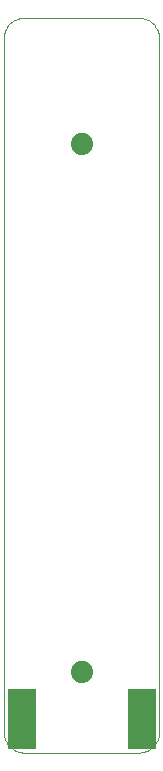
<source format=gbs>
G75*
G70*
%OFA0B0*%
%FSLAX24Y24*%
%IPPOS*%
%LPD*%
%AMOC8*
5,1,8,0,0,1.08239X$1,22.5*
%
%ADD10C,0.0000*%
%ADD11C,0.0740*%
%ADD12R,0.0940X0.2040*%
D10*
X000933Y004437D02*
X000933Y027560D01*
X000935Y027611D01*
X000941Y027662D01*
X000950Y027713D01*
X000964Y027762D01*
X000980Y027811D01*
X001001Y027858D01*
X001025Y027904D01*
X001052Y027947D01*
X001083Y027988D01*
X001116Y028027D01*
X001153Y028064D01*
X001192Y028097D01*
X001233Y028128D01*
X001276Y028155D01*
X001322Y028179D01*
X001369Y028200D01*
X001418Y028216D01*
X001467Y028230D01*
X001518Y028239D01*
X001569Y028245D01*
X001620Y028247D01*
X005417Y028247D01*
X005468Y028245D01*
X005519Y028239D01*
X005570Y028230D01*
X005619Y028216D01*
X005668Y028200D01*
X005715Y028179D01*
X005761Y028155D01*
X005804Y028128D01*
X005845Y028097D01*
X005884Y028064D01*
X005921Y028027D01*
X005954Y027988D01*
X005985Y027947D01*
X006012Y027904D01*
X006036Y027858D01*
X006057Y027811D01*
X006073Y027762D01*
X006087Y027713D01*
X006096Y027662D01*
X006102Y027611D01*
X006104Y027560D01*
X006103Y027560D02*
X006103Y004437D01*
X006104Y004437D02*
X006102Y004386D01*
X006096Y004335D01*
X006087Y004284D01*
X006073Y004235D01*
X006057Y004186D01*
X006036Y004139D01*
X006012Y004094D01*
X005985Y004050D01*
X005954Y004009D01*
X005921Y003970D01*
X005884Y003933D01*
X005845Y003900D01*
X005804Y003869D01*
X005761Y003842D01*
X005715Y003818D01*
X005668Y003797D01*
X005619Y003781D01*
X005570Y003767D01*
X005519Y003758D01*
X005468Y003752D01*
X005417Y003750D01*
X005417Y003751D02*
X001620Y003751D01*
X001620Y003750D02*
X001569Y003752D01*
X001518Y003758D01*
X001467Y003767D01*
X001418Y003781D01*
X001369Y003797D01*
X001322Y003818D01*
X001276Y003842D01*
X001233Y003869D01*
X001192Y003900D01*
X001153Y003933D01*
X001116Y003970D01*
X001083Y004009D01*
X001052Y004050D01*
X001025Y004094D01*
X001001Y004139D01*
X000980Y004186D01*
X000964Y004235D01*
X000950Y004284D01*
X000941Y004335D01*
X000935Y004386D01*
X000933Y004437D01*
D11*
X003533Y006451D03*
X003533Y024051D03*
D12*
X001543Y004861D03*
X005523Y004861D03*
M02*

</source>
